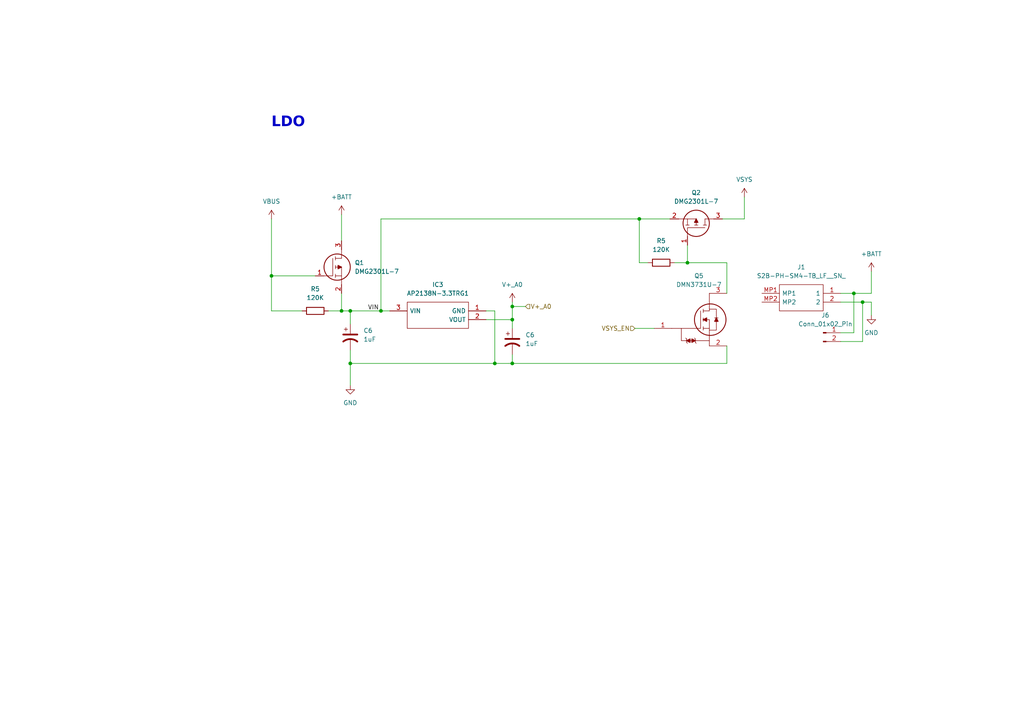
<source format=kicad_sch>
(kicad_sch (version 20230121) (generator eeschema)
  (paper "A4")
  (lib_symbols
    (symbol "AP2138N-3.3TRG1:AP2138N-3.3TRG1" (pin_names (offset 0.762))
      (property "Reference" "IC" (at 24.13 7.62 0))
      (property "Value" "AP2138N-3.3TRG1" (at 24.13 5.08 0))
      (symbol "AP2138N-3.3TRG1_0_0"
        (pin passive line (at 0 0 0) (length 5.08) (name "GND") (number "1"))
        (pin passive line (at 0 -2.54 0) (length 5.08) (name "VOUT") (number "2"))
        (pin passive line (at 27.94 0 180) (length 5.08) (name "VIN") (number "3"))
      )
      (symbol "AP2138N-3.3TRG1_0_1"
        (polyline (pts (xy 5.08 2.54) (xy 22.86 2.54) (xy 22.86 -5.08) (xy 5.08 -5.08) (xy 5.08 2.54)) (stroke (width 0.1524)))
      )
    )
    (symbol "Connector:Conn_01x02_Pin" (pin_names (offset 1.016) hide)
      (property "Reference" "J" (at 0 2.54 0))
      (property "Value" "Conn_01x02_Pin" (at 0 -5.08 0))
      (symbol "Conn_01x02_Pin_1_1"
        (polyline (pts (xy 1.27 -2.54) (xy 0.8636 -2.54)) (stroke (width 0.1524)))
        (polyline (pts (xy 1.27 0) (xy 0.8636 0)) (stroke (width 0.1524)))
        (rectangle (start 0.8636 -2.413) (end 0 -2.667) (stroke (width 0.1524)) (fill (type outline)))
        (rectangle (start 0.8636 0.127) (end 0 -0.127) (stroke (width 0.1524)) (fill (type outline)))
        (pin passive line (at 5.08 0 180) (length 3.81) (name "Pin_1") (number "1"))
        (pin passive line (at 5.08 -2.54 180) (length 3.81) (name "Pin_2") (number "2"))
      )
    )
    (symbol "DMG2301L-7:DMG2301L-7" (pin_names (offset 0.762))
      (property "Reference" "Q" (at 11.43 3.81 0))
      (property "Value" "DMG2301L-7" (at 11.43 1.27 0))
      (symbol "DMG2301L-7_0_0"
        (pin passive line (at 0 0 0) (length 2.54) (name "~") (number "1"))
        (pin passive line (at 7.62 -5.08 90) (length 2.54) (name "~") (number "2"))
        (pin passive line (at 7.62 10.16 270) (length 2.54) (name "~") (number "3"))
      )
      (symbol "DMG2301L-7_0_1"
        (polyline (pts (xy 5.842 -0.508) (xy 5.842 0.508)) (stroke (width 0.1524)))
        (polyline (pts (xy 5.842 0) (xy 7.62 0)) (stroke (width 0.1524)))
        (polyline (pts (xy 5.842 2.032) (xy 5.842 3.048)) (stroke (width 0.1524)))
        (polyline (pts (xy 5.842 5.588) (xy 5.842 4.572)) (stroke (width 0.1524)))
        (polyline (pts (xy 7.62 2.54) (xy 5.842 2.54)) (stroke (width 0.1524)))
        (polyline (pts (xy 7.62 2.54) (xy 7.62 -2.54)) (stroke (width 0.1524)))
        (polyline (pts (xy 7.62 5.08) (xy 5.842 5.08)) (stroke (width 0.1524)))
        (polyline (pts (xy 7.62 5.08) (xy 7.62 7.62)) (stroke (width 0.1524)))
        (polyline (pts (xy 2.54 0) (xy 5.08 0) (xy 5.08 5.08)) (stroke (width 0.1524)))
        (polyline (pts (xy 7.62 2.54) (xy 6.604 3.048) (xy 6.604 2.032) (xy 7.62 2.54)) (stroke (width 0.254)) (fill (type outline)))
        (circle (center 6.35 2.54) (radius 3.81) (stroke (width 0.254)))
      )
    )
    (symbol "DMN3731U-7:DMN3731U-7" (pin_names (offset 0.762))
      (property "Reference" "Q" (at 14.732 24.13 0))
      (property "Value" "DMN3731U-7" (at 14.732 21.59 0))
      (symbol "DMN3731U-7_0_0"
        (pin passive line (at -8.382 0 0) (length 5.08) (name "~") (number "1"))
        (pin passive line (at 12.7 -5.08 180) (length 5.08) (name "~") (number "2"))
        (pin passive line (at 12.7 10.16 180) (length 5.08) (name "~") (number "3"))
      )
      (symbol "DMN3731U-7_0_1"
        (polyline (pts (xy 1.016 -4.064) (xy 1.016 -3.048)) (stroke (width 0.1524)))
        (polyline (pts (xy 1.016 -4.064) (xy 1.27 -4.318)) (stroke (width 0.1524)))
        (polyline (pts (xy 1.016 -3.048) (xy 0.762 -2.794)) (stroke (width 0.1524)))
        (polyline (pts (xy 3.556 -4.064) (xy 3.556 -3.048)) (stroke (width 0.1524)))
        (polyline (pts (xy 3.556 -3.048) (xy 3.302 -2.794)) (stroke (width 0.1524)))
        (polyline (pts (xy 3.81 -4.318) (xy 3.556 -4.064)) (stroke (width 0.1524)))
        (polyline (pts (xy 5.842 -0.508) (xy 5.842 0.508)) (stroke (width 0.1524)))
        (polyline (pts (xy 5.842 0) (xy 7.62 0)) (stroke (width 0.1524)))
        (polyline (pts (xy 5.842 2.032) (xy 5.842 3.048)) (stroke (width 0.1524)))
        (polyline (pts (xy 5.842 5.588) (xy 5.842 4.572)) (stroke (width 0.1524)))
        (polyline (pts (xy 7.62 0) (xy 7.62 -5.08)) (stroke (width 0.1524)))
        (polyline (pts (xy 7.62 2.54) (xy 5.842 2.54)) (stroke (width 0.1524)))
        (polyline (pts (xy 7.62 2.54) (xy 7.62 0)) (stroke (width 0.1524)))
        (polyline (pts (xy 7.62 5.08) (xy 5.842 5.08)) (stroke (width 0.1524)))
        (polyline (pts (xy 7.62 10.16) (xy 7.62 5.08)) (stroke (width 0.1524)))
        (polyline (pts (xy 9.144 3.048) (xy 10.16 3.048)) (stroke (width 0.1524)))
        (polyline (pts (xy -3.302 0) (xy 5.08 0) (xy 5.08 5.08)) (stroke (width 0.1524)))
        (polyline (pts (xy 7.62 -3.556) (xy -0.508 -3.556) (xy -0.508 0)) (stroke (width 0.1524)))
        (polyline (pts (xy 9.652 2.032) (xy 9.652 -0.508) (xy 7.62 -0.508)) (stroke (width 0.1524)))
        (polyline (pts (xy 9.652 3.048) (xy 9.652 5.588) (xy 7.62 5.588)) (stroke (width 0.1524)))
        (polyline (pts (xy 1.016 -3.556) (xy 2.032 -4.064) (xy 2.032 -3.048) (xy 1.016 -3.556)) (stroke (width 0.254)) (fill (type outline)))
        (polyline (pts (xy 3.556 -3.556) (xy 2.54 -4.064) (xy 2.54 -3.048) (xy 3.556 -3.556)) (stroke (width 0.254)) (fill (type outline)))
        (polyline (pts (xy 5.842 2.54) (xy 6.858 2.032) (xy 6.858 3.048) (xy 5.842 2.54)) (stroke (width 0.254)) (fill (type outline)))
        (polyline (pts (xy 9.652 3.048) (xy 9.144 2.032) (xy 10.16 2.032) (xy 9.652 3.048)) (stroke (width 0.254)) (fill (type outline)))
        (circle (center 7.874 2.54) (radius 4.572) (stroke (width 0.254)))
      )
    )
    (symbol "Device:C_Polarized_US" (pin_numbers hide) (pin_names (offset 0.254) hide)
      (property "Reference" "C" (at 0.635 2.54 0))
      (property "Value" "C_Polarized_US" (at 0.635 -2.54 0))
      (symbol "C_Polarized_US_0_1"
        (polyline (pts (xy -2.032 0.762) (xy 2.032 0.762)) (stroke (width 0.508)))
        (polyline (pts (xy -1.778 2.286) (xy -0.762 2.286)))
        (polyline (pts (xy -1.27 1.778) (xy -1.27 2.794)))
        (arc (start 2.032 -1.27) (mid 0 -0.5572) (end -2.032 -1.27) (stroke (width 0.508)))
      )
      (symbol "C_Polarized_US_1_1"
        (pin passive line (at 0 3.81 270) (length 2.794) (name "~") (number "1"))
        (pin passive line (at 0 -3.81 90) (length 3.302) (name "~") (number "2"))
      )
    )
    (symbol "Device:R" (pin_numbers hide) (pin_names (offset 0))
      (property "Reference" "R" (at 2.032 0 90))
      (property "Value" "R" (at 0 0 90))
      (symbol "R_0_1"
        (rectangle (start -1.016 -2.54) (end 1.016 2.54) (stroke (width 0.254)))
      )
      (symbol "R_1_1"
        (pin passive line (at 0 3.81 270) (length 1.27) (name "~") (number "1"))
        (pin passive line (at 0 -3.81 90) (length 1.27) (name "~") (number "2"))
      )
    )
    (symbol "S2B-PH-SM4-TB_LF__SN_:S2B-PH-SM4-TB_LF__SN_" (pin_names (offset 0.762))
      (property "Reference" "J" (at 19.05 7.62 0))
      (property "Value" "S2B-PH-SM4-TB_LF__SN_" (at 19.05 5.08 0))
      (symbol "S2B-PH-SM4-TB_LF__SN__0_0"
        (pin passive line (at 0 -2.54 0) (length 5.08) (name "1") (number "1"))
        (pin passive line (at 0 0 0) (length 5.08) (name "2") (number "2"))
        (pin passive line (at 22.86 -2.54 180) (length 5.08) (name "MP1") (number "MP1"))
        (pin passive line (at 22.86 0 180) (length 5.08) (name "MP2") (number "MP2"))
      )
      (symbol "S2B-PH-SM4-TB_LF__SN__0_1"
        (polyline (pts (xy 5.08 2.54) (xy 17.78 2.54) (xy 17.78 -5.08) (xy 5.08 -5.08) (xy 5.08 2.54)) (stroke (width 0.1524)))
      )
    )
    (symbol "power:+BATT" (power) (pin_names (offset 0))
      (property "Value" "+BATT" (at 0 3.556 0))
      (symbol "+BATT_0_1"
        (polyline (pts (xy -0.762 1.27) (xy 0 2.54)))
        (polyline (pts (xy 0 0) (xy 0 2.54)))
        (polyline (pts (xy 0 2.54) (xy 0.762 1.27)))
      )
      (symbol "+BATT_1_1"
        (pin power_in line (at 0 0 90) (length 0) hide (name "+BATT") (number "1"))
      )
    )
    (symbol "power:GND" (power) (pin_names (offset 0))
      (property "Value" "GND" (at 0 -3.81 0))
      (symbol "GND_0_1"
        (polyline (pts (xy 0 0) (xy 0 -1.27) (xy 1.27 -1.27) (xy 0 -2.54) (xy -1.27 -1.27) (xy 0 -1.27)))
      )
      (symbol "GND_1_1"
        (pin power_in line (at 0 0 270) (length 0) hide (name "GND") (number "1"))
      )
    )
    (symbol "power:VBUS" (power) (pin_names (offset 0))
      (property "Value" "VBUS" (at 0 3.81 0))
      (symbol "VBUS_0_1"
        (polyline (pts (xy -0.762 1.27) (xy 0 2.54)))
        (polyline (pts (xy 0 0) (xy 0 2.54)))
        (polyline (pts (xy 0 2.54) (xy 0.762 1.27)))
      )
      (symbol "VBUS_1_1"
        (pin power_in line (at 0 0 90) (length 0) hide (name "VBUS") (number "1"))
      )
    )
    (symbol "power_vsys:V+_A0" (power) (pin_names (offset 0))
      (property "Value" "V+_A0" (at 0 3.81 0))
      (symbol "V+_A0_0_1"
        (polyline (pts (xy -0.762 1.27) (xy 0 2.54)))
        (polyline (pts (xy 0 0) (xy 0 2.54)))
        (polyline (pts (xy 0 2.54) (xy 0.762 1.27)))
      )
      (symbol "V+_A0_1_1"
        (pin power_in line (at 0 0 90) (length 0) hide (name "V+_A0") (number "1"))
      )
    )
    (symbol "power_vsys:VSYS" (power) (pin_names (offset 0))
      (property "Value" "VSYS" (at 0 3.81 0))
      (symbol "VSYS_0_1"
        (polyline (pts (xy -0.762 1.27) (xy 0 2.54)))
        (polyline (pts (xy 0 0) (xy 0 2.54)))
        (polyline (pts (xy 0 2.54) (xy 0.762 1.27)))
      )
      (symbol "VSYS_1_1"
        (pin power_in line (at 0 0 90) (length 0) hide (name "VSYS") (number "1"))
      )
    )
  )
  (junction (at 143.51 105.41))
  (junction (at 101.6 105.41))
  (junction (at 247.65 85.09))
  (junction (at 148.59 105.41))
  (junction (at 101.6 90.17))
  (junction (at 148.59 92.71))
  (junction (at 99.06 90.17))
  (junction (at 185.42 63.5))
  (junction (at 110.49 90.17))
  (junction (at 148.59 88.9))
  (junction (at 78.74 80.01))
  (junction (at 199.39 76.2))
  (junction (at 250.19 87.63))
  (wire (pts (xy 210.82 76.2) (xy 199.39 76.2)))
  (wire (pts (xy 99.06 62.23) (xy 99.06 69.85)))
  (wire (pts (xy 243.84 99.06) (xy 250.19 99.06)))
  (wire (pts (xy 78.74 80.01) (xy 78.74 90.17)))
  (wire (pts (xy 78.74 80.01) (xy 91.44 80.01)))
  (wire (pts (xy 143.51 90.17) (xy 143.51 105.41)))
  (wire (pts (xy 243.84 85.09) (xy 247.65 85.09)))
  (wire (pts (xy 148.59 92.71) (xy 148.59 95.25)))
  (wire (pts (xy 215.9 63.5) (xy 215.9 57.15)))
  (wire (pts (xy 110.49 90.17) (xy 113.03 90.17)))
  (wire (pts (xy 252.73 85.09) (xy 252.73 78.74)))
  (wire (pts (xy 243.84 87.63) (xy 250.19 87.63)))
  (wire (pts (xy 199.39 76.2) (xy 195.58 76.2)))
  (wire (pts (xy 148.59 102.87) (xy 148.59 105.41)))
  (wire (pts (xy 148.59 105.41) (xy 210.82 105.41)))
  (wire (pts (xy 101.6 90.17) (xy 101.6 93.98)))
  (wire (pts (xy 95.25 90.17) (xy 99.06 90.17)))
  (wire (pts (xy 99.06 90.17) (xy 101.6 90.17)))
  (wire (pts (xy 184.15 95.25) (xy 189.738 95.25)))
  (wire (pts (xy 78.74 90.17) (xy 87.63 90.17)))
  (wire (pts (xy 252.73 87.63) (xy 252.73 91.44)))
  (wire (pts (xy 148.59 88.9) (xy 152.4 88.9)))
  (wire (pts (xy 140.97 92.71) (xy 148.59 92.71)))
  (wire (pts (xy 101.6 101.6) (xy 101.6 105.41)))
  (wire (pts (xy 209.55 63.5) (xy 215.9 63.5)))
  (wire (pts (xy 148.59 92.71) (xy 148.59 88.9)))
  (wire (pts (xy 143.51 105.41) (xy 148.59 105.41)))
  (wire (pts (xy 143.51 105.41) (xy 101.6 105.41)))
  (wire (pts (xy 247.65 85.09) (xy 252.73 85.09)))
  (wire (pts (xy 185.42 76.2) (xy 185.42 63.5)))
  (wire (pts (xy 250.19 87.63) (xy 252.73 87.63)))
  (wire (pts (xy 99.06 85.09) (xy 99.06 90.17)))
  (wire (pts (xy 185.42 63.5) (xy 194.31 63.5)))
  (wire (pts (xy 210.82 85.09) (xy 210.82 76.2)))
  (wire (pts (xy 199.39 71.12) (xy 199.39 76.2)))
  (wire (pts (xy 250.19 99.06) (xy 250.19 87.63)))
  (wire (pts (xy 247.65 96.52) (xy 247.65 85.09)))
  (wire (pts (xy 101.6 90.17) (xy 110.49 90.17)))
  (wire (pts (xy 140.97 90.17) (xy 143.51 90.17)))
  (wire (pts (xy 210.82 100.33) (xy 210.82 105.41)))
  (wire (pts (xy 148.59 88.9) (xy 148.59 87.63)))
  (wire (pts (xy 187.96 76.2) (xy 185.42 76.2)))
  (wire (pts (xy 78.74 63.5) (xy 78.74 80.01)))
  (wire (pts (xy 101.6 105.41) (xy 101.6 111.76)))
  (wire (pts (xy 243.84 96.52) (xy 247.65 96.52)))
  (wire (pts (xy 110.49 63.5) (xy 110.49 90.17)))
  (wire (pts (xy 110.49 63.5) (xy 185.42 63.5)))
  (text "LDO" (at 78.74 38.1 0) (effects (font (size 3 3) (thickness 1) bold) (justify left bottom)))
  (label "VIN" (at 106.68 90.17 0))
  (hierarchical_label "VSYS_EN" (shape input) (at 184.15 95.25 180))
  (hierarchical_label "V+_A0" (shape input) (at 152.4 88.9 0))
  (symbol (lib_id "Device:R") (at 191.77 76.2 270) (unit 1)
    (property "Reference" "R5" (at 191.77 69.85 90))
    (property "Value" "120K" (at 191.77 72.39 90))
    (property "Footprint" "Resistor_SMD:R_0603_1608Metric" (effects hide))
    (property "Manufacturer_Part_Number" "0603WAF1203T5E" (effects hide))
    (instances (project "v0_2_5" (path "" (reference "R5") (unit 1)) (path "" (reference "R1") (unit 1))))
  )
  (symbol (lib_id "DMG2301L-7:DMG2301L-7") (at 199.39 71.12 270) (mirror x) (unit 1)
    (property "Reference" "Q2" (at 201.93 55.88 90))
    (property "Value" "DMG2301L-7" (at 201.93 58.42 90))
    (property "Footprint" "DMG2301L-7:SOT96P240X110-3N" (effects hide))
    (property "Datasheet" "https://www.mouser.com/datasheet/2/115/DMG2301L-959562.pdf" (effects hide))
    (property "Description" "MOSFET MOSFET BVDSS" (effects hide))
    (property "Height" "1.1" (effects hide))
    (property "Manufacturer_Name" "Diodes Inc." (effects hide))
    (property "Manufacturer_Part_Number" "DMG2301L-7" (effects hide))
    (property "Mouser Part Number" "621-DMG2301L-7" (effects hide))
    (property "Mouser Price/Stock" "https://www.mouser.co.uk/ProductDetail/Diodes-Incorporated/DMG2301L-7?qs=60RJRzIpcl8mqpUzCaZuxQ%3D%3D" (effects hide))
    (property "Arrow Part Number" "DMG2301L-7" (effects hide))
    (property "Arrow Price/Stock" "https://www.arrow.com/en/products/dmg2301l-7/diodes-incorporated?region=nac" (effects hide))
  )
  (symbol (lib_id "power_vsys:V+_A0") (at 148.59 87.63 0) (unit 1)
    (property "Reference" "#PWR04" (effects hide))
    (property "Value" "V+_A0" (at 148.59 82.55 0))
  )
  (symbol (lib_id "Device:R") (at 91.44 90.17 270) (unit 1)
    (property "Reference" "R5" (at 91.44 83.82 90))
    (property "Value" "120K" (at 91.44 86.36 90))
    (property "Footprint" "Resistor_SMD:R_0603_1608Metric" (effects hide))
    (property "Manufacturer_Part_Number" "0603WAF1203T5E" (effects hide))
    (instances (project "v0_2_5" (path "" (reference "R5") (unit 1)) (path "" (reference "R16") (unit 1))))
  )
  (symbol (lib_id "Device:C_Polarized_US") (at 101.6 97.79 0) (unit 1)
    (property "Reference" "C6" (at 105.41 95.885 0) (effects (justify left)))
    (property "Value" "1uF" (at 105.41 98.425 0) (effects (justify left)))
    (property "Footprint" "Capacitor_SMD:C_0603_1608Metric" (effects hide))
    (property "Manufacture" "CL10A105KO8NNNC" (effects hide))
    (instances (project "v0_2_5" (path "" (reference "C6") (unit 1)) (path "" (reference "C4") (unit 1)) (path "" (reference "C3") (unit 1))))
  )
  (symbol (lib_id "S2B-PH-SM4-TB_LF__SN_:S2B-PH-SM4-TB_LF__SN_") (at 243.84 87.63 180) (unit 1)
    (property "Reference" "J1" (at 232.41 77.47 0))
    (property "Value" "S2B-PH-SM4-TB_LF__SN_" (at 232.41 80.01 0))
    (property "Footprint" "S2B-PH-SM4-TB(LF)(SN):S2BPHSM4TBLFSN" (effects hide))
    (property "Datasheet" "https://www.jst-mfg.com/product/pdf/eng/ePH.pdf" (effects hide))
    (property "Description" "Conn Shrouded Header (4 Sides) HDR 2 POS 2mm Solder RA Side Entry SMD T/R" (effects hide))
    (property "Height" "6.6" (effects hide))
    (property "Manufacturer_Name" "JST (JAPAN SOLDERLESS TERMINALS)" (effects hide))
    (property "Manufacturer_Part_Number" "S2B-PH-SM4-TB(LF)(SN)" (effects hide))
    (property "Arrow Part Number" "S2B-PH-SM4-TB(LF)(SN)" (effects hide))
    (property "Arrow Price/Stock" "https://www.arrow.com/en/products/s2b-ph-sm4-tb-lf-sn/jst-manufacturing?region=europe" (effects hide))
    (property "LCSC" "S2B-PH-SM4-TB" (effects hide))
  )
  (symbol (lib_id "Connector:Conn_01x02_Pin") (at 238.76 96.52 0) (unit 1) (in_bom no) (on_board no)
    (property "Reference" "J6" (at 239.395 91.44 0))
    (property "Value" "Conn_01x02_Pin" (at 239.395 93.98 0))
    (property "Footprint" "Connector_PinHeader_1.27mm:PinHeader_1x02_P1.27mm_Vertical" (effects hide))
  )
  (symbol (lib_id "Device:C_Polarized_US") (at 148.59 99.06 0) (unit 1)
    (property "Reference" "C6" (at 152.4 97.155 0) (effects (justify left)))
    (property "Value" "1uF" (at 152.4 99.695 0) (effects (justify left)))
    (property "Footprint" "Capacitor_SMD:C_0603_1608Metric" (effects hide))
    (property "Manufacture" "CL10A105KO8NNNC" (effects hide))
    (instances (project "v0_2_5" (path "" (reference "C6") (unit 1)) (path "" (reference "C4") (unit 1)) (path "" (reference "C1") (unit 1))))
  )
  (symbol (lib_id "power:GND") (at 252.73 91.44 0) (unit 1)
    (property "Reference" "#PWR017" (effects hide))
    (property "Value" "GND" (at 252.73 96.52 0))
  )
  (symbol (lib_id "power_vsys:VSYS") (at 215.9 57.15 0) (unit 1)
    (property "Reference" "#PWR05" (effects hide))
    (property "Value" "VSYS" (at 215.9 52.07 0))
  )
  (symbol (lib_id "DMN3731U-7:DMN3731U-7") (at 198.12 95.25 0) (unit 1)
    (property "Reference" "Q5" (at 202.7174 80.01 0))
    (property "Value" "DMN3731U-7" (at 202.7174 82.55 0))
    (property "Footprint" "DMN3731U-7:SOT96P240X110-3N" (effects hide))
    (property "Datasheet" "https://www.mouser.fr/datasheet/2/115/DMN3731U-1594715.pdf" (effects hide))
    (property "Description" "MOSFET MOSFET BVDSS: 25V-30V" (effects hide))
    (property "Height" "1.1" (effects hide))
    (property "Manufacturer_Name" "Diodes Inc." (effects hide))
    (property "Manufacturer_Part_Number" "DMN3731U-7" (effects hide))
    (property "Mouser Part Number" "621-DMN3731U-7" (effects hide))
    (property "Mouser Price/Stock" "https://www.mouser.co.uk/ProductDetail/Diodes-Incorporated/DMN3731U-7?qs=EBDBlbfErPyEqvOCBrONHQ%3D%3D" (effects hide))
  )
  (symbol (lib_id "power:+BATT") (at 252.73 78.74 0) (unit 1)
    (property "Reference" "#PWR016" (effects hide))
    (property "Value" "+BATT" (at 252.73 73.66 0))
  )
  (symbol (lib_id "power:+BATT") (at 99.06 62.23 0) (unit 1)
    (property "Reference" "#PWR02" (effects hide))
    (property "Value" "+BATT" (at 99.06 57.15 0))
  )
  (symbol (lib_id "DMG2301L-7:DMG2301L-7") (at 91.44 80.01 0) (unit 1)
    (property "Reference" "Q1" (at 102.87 76.2 0) (effects (justify left)))
    (property "Value" "DMG2301L-7" (at 102.87 78.74 0) (effects (justify left)))
    (property "Footprint" "DMG2301L-7:SOT96P240X110-3N" (effects hide))
    (property "Datasheet" "https://www.mouser.com/datasheet/2/115/DMG2301L-959562.pdf" (effects hide))
    (property "Description" "MOSFET MOSFET BVDSS" (effects hide))
    (property "Height" "1.1" (effects hide))
    (property "Manufacturer_Name" "Diodes Inc." (effects hide))
    (property "Manufacturer_Part_Number" "DMG2301L-7" (effects hide))
    (property "Mouser Part Number" "621-DMG2301L-7" (effects hide))
    (property "Mouser Price/Stock" "https://www.mouser.co.uk/ProductDetail/Diodes-Incorporated/DMG2301L-7?qs=60RJRzIpcl8mqpUzCaZuxQ%3D%3D" (effects hide))
    (property "Arrow Part Number" "DMG2301L-7" (effects hide))
    (property "Arrow Price/Stock" "https://www.arrow.com/en/products/dmg2301l-7/diodes-incorporated?region=nac" (effects hide))
  )
  (symbol (lib_id "AP2138N-3.3TRG1:AP2138N-3.3TRG1") (at 140.97 90.17 0) (mirror y) (unit 1)
    (property "Reference" "IC3" (at 127 82.55 0))
    (property "Value" "AP2138N-3.3TRG1" (at 127 85.09 0))
    (property "Footprint" "AP2138N-3.3TRG1:SOT95P282X145-3N" (effects hide))
    (property "Datasheet" "https://componentsearchengine.com/Datasheets/1/AP2138N-3.3TRG1.pdf" (effects hide))
    (property "Description" "250mA 3.3V Ultra Low IQ LDO Reg. SOT23 DiodesZetex AP2138N-3.3TRG1, Low Noise LDO Voltage Regulator, 250 (Min)mA, 3.3 V +/-2%, 2.5 to 6.6 Vin, 3-Pin SOT-23" (effects hide))
    (property "Height" "1.45" (effects hide))
    (property "Manufacturer_Name" "Diodes Inc." (effects hide))
    (property "Manufacturer_Part_Number" "AP2138N-3.3TRG1" (effects hide))
    (property "Mouser Part Number" "621-AP2138N-3.3TRG1" (effects hide))
    (property "Mouser Price/Stock" "https://www.mouser.co.uk/ProductDetail/Diodes-Incorporated/AP2138N-3.3TRG1?qs=x6A8l6qLYDBcz2C%2Fey6rCQ%3D%3D" (effects hide))
    (property "Arrow Part Number" "AP2138N-3.3TRG1" (effects hide))
    (property "Arrow Price/Stock" "https://www.arrow.com/en/products/ap2138n-3.3trg1/diodes-incorporated?region=nac" (effects hide))
  )
  (symbol (lib_id "power:GND") (at 101.6 111.76 0) (unit 1)
    (property "Reference" "#PWR03" (effects hide))
    (property "Value" "GND" (at 101.6 116.84 0))
  )
  (symbol (lib_id "power:VBUS") (at 78.74 63.5 0) (unit 1)
    (property "Reference" "#PWR01" (effects hide))
    (property "Value" "VBUS" (at 78.74 58.42 0))
  )
)
</source>
